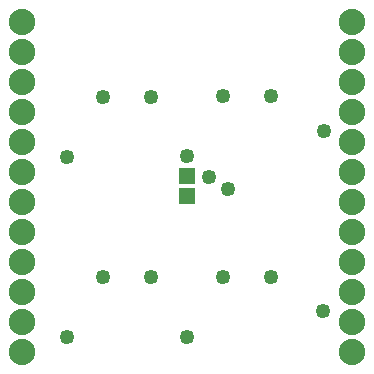
<source format=gbs>
G04 MADE WITH FRITZING*
G04 WWW.FRITZING.ORG*
G04 DOUBLE SIDED*
G04 HOLES PLATED*
G04 CONTOUR ON CENTER OF CONTOUR VECTOR*
%ASAXBY*%
%FSLAX23Y23*%
%MOIN*%
%OFA0B0*%
%SFA1.0B1.0*%
%ADD10C,0.088000*%
%ADD11C,0.049370*%
%ADD12R,0.053307X0.057244*%
%LNMASK0*%
G90*
G70*
G54D10*
X100Y1200D03*
X100Y1100D03*
X100Y1000D03*
X100Y900D03*
X100Y800D03*
X100Y700D03*
X100Y600D03*
X100Y500D03*
X100Y400D03*
X100Y300D03*
X100Y200D03*
X100Y100D03*
X1200Y1200D03*
X1200Y1100D03*
X1200Y1000D03*
X1200Y900D03*
X1200Y800D03*
X1200Y700D03*
X1200Y600D03*
X1200Y500D03*
X1200Y400D03*
X1200Y300D03*
X1200Y200D03*
X1200Y100D03*
G54D11*
X369Y351D03*
X531Y351D03*
X531Y951D03*
X369Y951D03*
X769Y953D03*
X931Y953D03*
X769Y351D03*
X931Y351D03*
X249Y750D03*
X650Y752D03*
X249Y151D03*
X650Y150D03*
X724Y684D03*
X1106Y837D03*
X1104Y237D03*
X787Y642D03*
G54D12*
X650Y685D03*
X650Y618D03*
G04 End of Mask0*
M02*
</source>
